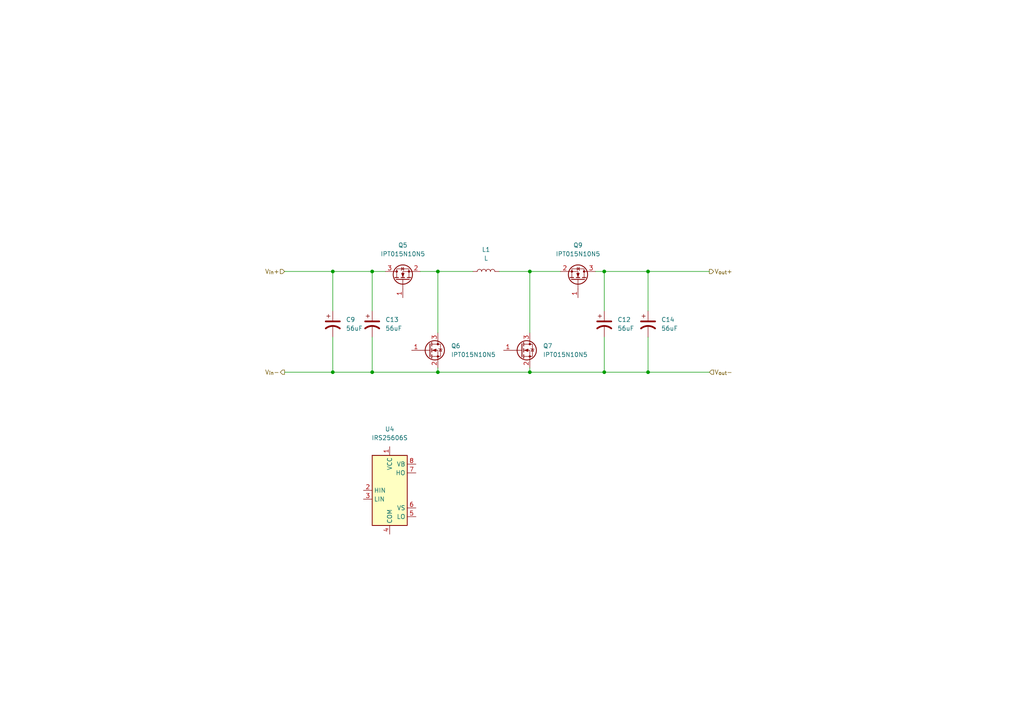
<source format=kicad_sch>
(kicad_sch (version 20210621) (generator eeschema)
  (paper "A4")
  (lib_symbols
    (symbol "Device:C_Polarized_US" (pin_numbers hide) (pin_names (offset 0.254) hide)
      (property "Reference" "C" (at 0.635 2.54 0))
      (property "Value" "C_Polarized_US" (at 0.635 -2.54 0))
      (symbol "C_Polarized_US_0_1"
        (polyline (pts (xy -2.032 0.762) (xy 2.032 0.762)) (stroke (width 0.508)))
        (polyline (pts (xy -1.778 2.286) (xy -0.762 2.286)))
        (polyline (pts (xy -1.27 1.778) (xy -1.27 2.794)))
        (arc (start 2.032 -1.27) (mid 0 -0.5572) (end -2.032 -1.27) (stroke (width 0.508)))
      )
      (symbol "C_Polarized_US_1_1"
        (pin passive line (at 0 3.81 270) (length 2.794) (name "~") (number "1"))
        (pin passive line (at 0 -3.81 90) (length 3.302) (name "~") (number "2"))
      )
    )
    (symbol "Device:L" (pin_numbers hide) (pin_names (offset 1.016) hide)
      (property "Reference" "L" (at -1.27 0 90))
      (property "Value" "L" (at 1.905 0 90))
      (symbol "L_0_1"
        (arc (start 0 -2.54) (mid 0.635 -1.905) (end 0 -1.27))
        (arc (start 0 -1.27) (mid 0.635 -0.635) (end 0 0))
        (arc (start 0 0) (mid 0.635 0.635) (end 0 1.27))
        (arc (start 0 1.27) (mid 0.635 1.905) (end 0 2.54))
      )
      (symbol "L_1_1"
        (pin passive line (at 0 3.81 270) (length 1.27) (name "1") (number "1"))
        (pin passive line (at 0 -3.81 90) (length 1.27) (name "2") (number "2"))
      )
    )
    (symbol "Driver_FET:IRS25606S"
      (property "Reference" "U" (at 1.27 13.335 0))
      (property "Value" "IRS25606S" (at 1.27 11.43 0))
      (symbol "IRS25606S_0_1"
        (rectangle (start -5.08 -10.16) (end 5.08 10.16) (stroke (width 0.254)) (fill (type background)))
      )
      (symbol "IRS25606S_1_1"
        (pin power_in line (at 0 12.7 270) (length 2.54) (name "VCC") (number "1"))
        (pin input line (at -7.62 0 0) (length 2.54) (name "HIN") (number "2"))
        (pin input line (at -7.62 -2.54 0) (length 2.54) (name "LIN") (number "3"))
        (pin power_in line (at 0 -12.7 90) (length 2.54) (name "COM") (number "4"))
        (pin output line (at 7.62 -7.62 180) (length 2.54) (name "LO") (number "5"))
        (pin passive line (at 7.62 -5.08 180) (length 2.54) (name "VS") (number "6"))
        (pin output line (at 7.62 5.08 180) (length 2.54) (name "HO") (number "7"))
        (pin passive line (at 7.62 7.62 180) (length 2.54) (name "VB") (number "8"))
      )
    )
    (symbol "Transistor_FET:IPT015N10N5" (pin_names hide)
      (property "Reference" "Q" (at 5.08 1.905 0))
      (property "Value" "IPT015N10N5" (at 5.08 0 0))
      (symbol "IPT015N10N5_0_1"
        (polyline (pts (xy 0.254 0) (xy -2.54 0)))
        (polyline (pts (xy 0.254 1.905) (xy 0.254 -1.905)) (stroke (width 0.254)))
        (polyline (pts (xy 0.762 -1.27) (xy 0.762 -2.286)) (stroke (width 0.254)))
        (polyline (pts (xy 0.762 0.508) (xy 0.762 -0.508)) (stroke (width 0.254)))
        (polyline (pts (xy 0.762 2.286) (xy 0.762 1.27)) (stroke (width 0.254)))
        (polyline (pts (xy 2.54 2.54) (xy 2.54 1.778)))
        (polyline (pts (xy 2.54 -2.54) (xy 2.54 0) (xy 0.762 0)))
        (polyline (pts (xy 0.762 -1.778) (xy 3.302 -1.778) (xy 3.302 1.778) (xy 0.762 1.778)))
        (polyline (pts (xy 1.016 0) (xy 2.032 0.381) (xy 2.032 -0.381) (xy 1.016 0)) (fill (type outline)))
        (polyline (pts (xy 2.794 0.508) (xy 2.921 0.381) (xy 3.683 0.381) (xy 3.81 0.254)))
        (polyline (pts (xy 3.302 0.381) (xy 2.921 -0.254) (xy 3.683 -0.254) (xy 3.302 0.381)))
        (circle (center 1.651 0) (radius 2.794) (stroke (width 0.254)))
        (circle (center 2.54 -1.778) (radius 0.254) (fill (type outline)))
        (circle (center 2.54 1.778) (radius 0.254) (fill (type outline)))
      )
      (symbol "IPT015N10N5_1_1"
        (pin input line (at -5.08 0 0) (length 2.54) (name "G") (number "1"))
        (pin passive line (at 2.54 -5.08 90) (length 2.54) (name "S") (number "2"))
        (pin passive line (at 2.54 5.08 270) (length 2.54) (name "D") (number "3"))
      )
    )
  )
  (junction (at 187.96 107.95))
  (junction (at 153.67 107.95))
  (junction (at 175.26 78.74))
  (junction (at 175.26 107.95))
  (junction (at 107.95 78.74))
  (junction (at 127 107.95))
  (junction (at 153.67 78.74))
  (junction (at 127 78.74))
  (junction (at 96.52 107.95))
  (junction (at 107.95 107.95))
  (junction (at 187.96 78.74))
  (junction (at 96.52 78.74))
  (wire (pts (xy 107.95 90.17) (xy 107.95 78.74)))
  (wire (pts (xy 96.52 97.79) (xy 96.52 107.95)))
  (wire (pts (xy 96.52 90.17) (xy 96.52 78.74)))
  (wire (pts (xy 121.92 78.74) (xy 127 78.74)))
  (wire (pts (xy 175.26 90.17) (xy 175.26 78.74)))
  (wire (pts (xy 82.55 78.74) (xy 96.52 78.74)))
  (wire (pts (xy 107.95 78.74) (xy 111.76 78.74)))
  (wire (pts (xy 96.52 78.74) (xy 107.95 78.74)))
  (wire (pts (xy 107.95 107.95) (xy 107.95 97.79)))
  (wire (pts (xy 187.96 97.79) (xy 187.96 107.95)))
  (wire (pts (xy 153.67 106.68) (xy 153.67 107.95)))
  (wire (pts (xy 127 106.68) (xy 127 107.95)))
  (wire (pts (xy 127 78.74) (xy 137.16 78.74)))
  (wire (pts (xy 153.67 78.74) (xy 162.56 78.74)))
  (wire (pts (xy 144.78 78.74) (xy 153.67 78.74)))
  (wire (pts (xy 187.96 90.17) (xy 187.96 78.74)))
  (wire (pts (xy 175.26 97.79) (xy 175.26 107.95)))
  (wire (pts (xy 153.67 78.74) (xy 153.67 96.52)))
  (wire (pts (xy 127 78.74) (xy 127 96.52)))
  (wire (pts (xy 175.26 107.95) (xy 187.96 107.95)))
  (wire (pts (xy 127 107.95) (xy 153.67 107.95)))
  (wire (pts (xy 187.96 107.95) (xy 205.74 107.95)))
  (wire (pts (xy 153.67 107.95) (xy 175.26 107.95)))
  (wire (pts (xy 107.95 107.95) (xy 127 107.95)))
  (wire (pts (xy 96.52 107.95) (xy 107.95 107.95)))
  (wire (pts (xy 82.55 107.95) (xy 96.52 107.95)))
  (wire (pts (xy 175.26 78.74) (xy 187.96 78.74)))
  (wire (pts (xy 172.72 78.74) (xy 175.26 78.74)))
  (wire (pts (xy 187.96 78.74) (xy 205.74 78.74)))
  (hierarchical_label "V_{out}-" (shape input) (at 205.74 107.95 0))
  (hierarchical_label "V_{in}-" (shape output) (at 82.55 107.95 180))
  (hierarchical_label "V_{in}+" (shape input) (at 82.55 78.74 180))
  (hierarchical_label "V_{out}+" (shape output) (at 205.74 78.74 0))
  (symbol (lib_id "Device:C_Polarized_US") (at 107.95 93.98 0) (unit 1)
    (property "Reference" "C13" (at 111.76 92.7099 0) (effects (justify left)))
    (property "Value" "56uF" (at 111.76 95.2499 0) (effects (justify left)))
    (property "Footprint" "Capacitor_THT:CP_Radial_D40.0mm_P10.00mm_SnapIn" (effects hide))
  )
  (symbol (lib_id "Device:C_Polarized_US") (at 96.52 93.98 0) (unit 1)
    (property "Reference" "C9" (at 100.33 92.7099 0) (effects (justify left)))
    (property "Value" "56uF" (at 100.33 95.2499 0) (effects (justify left)))
    (property "Footprint" "Capacitor_THT:CP_Radial_D40.0mm_P10.00mm_SnapIn" (effects hide))
  )
  (symbol (lib_id "Device:C_Polarized_US") (at 187.96 93.98 0) (unit 1)
    (property "Reference" "C14" (at 191.77 92.7099 0) (effects (justify left)))
    (property "Value" "56uF" (at 191.77 95.2499 0) (effects (justify left)))
    (property "Footprint" "Capacitor_THT:CP_Radial_D40.0mm_P10.00mm_SnapIn" (effects hide))
  )
  (symbol (lib_id "Transistor_FET:IPT015N10N5") (at 151.13 101.6 0) (unit 1)
    (property "Reference" "Q7" (at 157.48 100.3299 0) (effects (justify left)))
    (property "Value" "IPT015N10N5" (at 157.48 102.8699 0) (effects (justify left)))
    (property "Footprint" "Package_TO_SOT_SMD:Infineon_PG-HSOF-8-1" (effects hide))
    (property "Datasheet" "http://www.infineon.com/dgdl/Infineon-IPT015N10N5-DS-v02_01-EN.pdf?fileId=5546d4624a75e5f1014ac94680661aff" (effects hide))
  )
  (symbol (lib_id "Device:C_Polarized_US") (at 175.26 93.98 0) (unit 1)
    (property "Reference" "C12" (at 179.07 92.7099 0) (effects (justify left)))
    (property "Value" "56uF" (at 179.07 95.2499 0) (effects (justify left)))
    (property "Footprint" "Capacitor_THT:CP_Radial_D40.0mm_P10.00mm_SnapIn" (effects hide))
  )
  (symbol (lib_id "Transistor_FET:IPT015N10N5") (at 124.46 101.6 0) (unit 1)
    (property "Reference" "Q6" (at 130.81 100.3299 0) (effects (justify left)))
    (property "Value" "IPT015N10N5" (at 130.81 102.8699 0) (effects (justify left)))
    (property "Footprint" "Package_TO_SOT_SMD:Infineon_PG-HSOF-8-1" (effects hide))
    (property "Datasheet" "http://www.infineon.com/dgdl/Infineon-IPT015N10N5-DS-v02_01-EN.pdf?fileId=5546d4624a75e5f1014ac94680661aff" (effects hide))
  )
  (symbol (lib_id "Transistor_FET:IPT015N10N5") (at 167.64 81.28 270) (mirror x) (unit 1)
    (property "Reference" "Q9" (at 167.64 71.12 90))
    (property "Value" "IPT015N10N5" (at 167.64 73.66 90))
    (property "Footprint" "Package_TO_SOT_SMD:Infineon_PG-HSOF-8-1" (effects hide))
    (property "Datasheet" "http://www.infineon.com/dgdl/Infineon-IPT015N10N5-DS-v02_01-EN.pdf?fileId=5546d4624a75e5f1014ac94680661aff" (effects hide))
  )
  (symbol (lib_id "Device:L") (at 140.97 78.74 90) (unit 1)
    (property "Reference" "L1" (at 140.97 72.39 90))
    (property "Value" "L" (at 140.97 74.93 90))
    (property "Footprint" "Inductor_THT:L_Toroid_Vertical_L67.6mm_W36.1mm_P31.80mm_Vishay_TJ9" (effects hide))
  )
  (symbol (lib_id "Driver_FET:IRS25606S") (at 113.03 142.24 0) (unit 1)
    (property "Reference" "U4" (at 113.03 124.46 0))
    (property "Value" "IRS25606S" (at 113.03 127 0))
    (property "Footprint" "Package_SO:SOIC-8_3.9x4.9mm_P1.27mm" (effects hide))
    (property "Datasheet" "https://www.infineon.com/dgdl/ir25606.pdf?fileId=5546d462533600a4015355ca002316f3" (effects hide))
  )
  (symbol (lib_id "Transistor_FET:IPT015N10N5") (at 116.84 81.28 90) (unit 1)
    (property "Reference" "Q5" (at 116.84 71.12 90))
    (property "Value" "IPT015N10N5" (at 116.84 73.66 90))
    (property "Footprint" "Package_TO_SOT_SMD:Infineon_PG-HSOF-8-1" (effects hide))
    (property "Datasheet" "http://www.infineon.com/dgdl/Infineon-IPT015N10N5-DS-v02_01-EN.pdf?fileId=5546d4624a75e5f1014ac94680661aff" (effects hide))
  )
)
</source>
